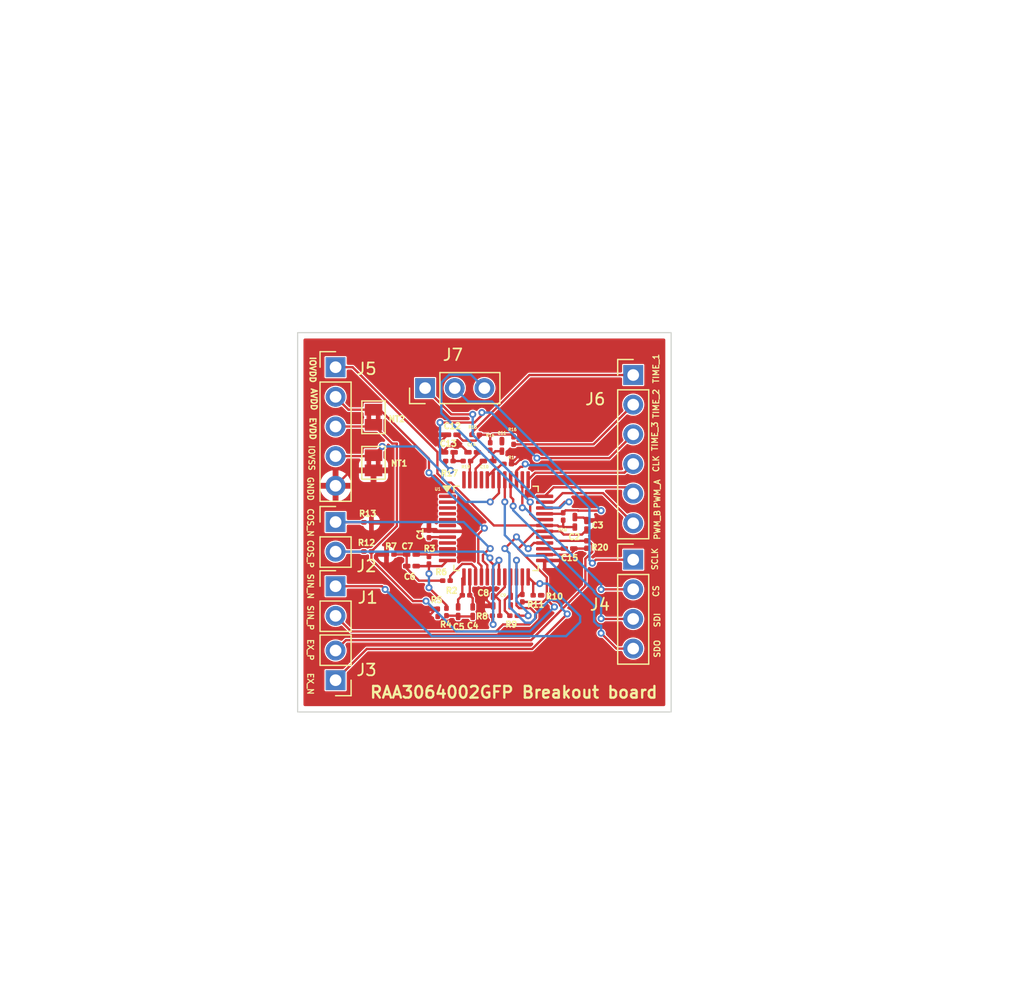
<source format=kicad_pcb>
(kicad_pcb (version 20240108) (generator "pcbnew") (generator_version "8.0")
  (layers (0 "F.Cu" signal) (31 "B.Cu" signal) (34 "B.Paste" user) (35 "F.Paste" user) (36 "B.SilkS" user "B.Silkscreen") (37 "F.SilkS" user "F.Silkscreen") (38 "B.Mask" user) (39 "F.Mask" user) (44 "Edge.Cuts" user))
  (net 0 "")
  (net 1 "Net-(U1-REGC)")
  (net 2 "GNDD")
  (net 3 "IOVDD")
  (net 4 "EVDD")
  (net 5 "Net-(C4-Pad2)")
  (net 6 "FAMPOUT_")
  (net 7 "FAMPIN_")
  (net 8 "Net-(C6-Pad2)")
  (net 9 "BPFOUT_")
  (net 10 "BPFINN_")
  (net 11 "Net-(U1-APFBC)")
  (net 12 "Net-(U1-APFAC)")
  (net 13 "Net-(C10-Pad1)")
  (net 14 "CARRIER_")
  (net 15 "Net-(C12-Pad2)")
  (net 16 "Net-(C13-Pad2)")
  (net 17 "CC_")
  (net 18 "EXCOUT1_")
  (net 19 "EXCFBN_")
  (net 20 "SIN_P")
  (net 21 "SIN_N")
  (net 22 "COS_P")
  (net 23 "COS_N")
  (net 24 "EXCFBP_")
  (net 25 "EXCITATION_N")
  (net 26 "SCLK")
  (net 27 "CS")
  (net 28 "SDI")
  (net 29 "SDO")
  (net 30 "IOVSS")
  (net 31 "AVDD")
  (net 32 "PWMINB")
  (net 33 "PWMINA")
  (net 34 "CLK")
  (net 35 "TIMEROUT_2")
  (net 36 "TIMEROUT_3")
  (net 37 "TIMEROUT_1")
  (net 38 "ALARM#")
  (net 39 "TIMERIN")
  (net 40 "RESET#")
  (net 41 "Net-(U1-TP1)")
  (net 42 "AOUT_")
  (net 43 "Net-(U1-APFBR)")
  (net 44 "Net-(U1-APFAR)")
  (net 52 "Net-(U1-BIAS2P5)")
  (footprint "Resistor_SMD:R_0201_0603Metric" (layer "F.Cu") (at 131.93 99 180)
    (property "Reference" "R2")
    (property "Value" "68k")
  )
  (footprint "Jumper:SolderJumper-2_P1.3mm_Bridged2Bar_Pad1.0x1.5mm" (layer "F.Cu") (at 124 83.75 90)
    (property "Reference" "NT2")
    (property "Value" "NetTie_2")
  )
  (footprint "Connector_PinHeader_2.54mm:PinHeader_1x06_P2.54mm_Vertical" (layer "F.Cu") (at 146.25 80.13)
    (property "Reference" "J6")
    (property "Value" "Conn_01x06_Pin")
  )
  (footprint "Resistor_SMD:R_0201_0603Metric" (layer "F.Cu") (at 128.75 96 90)
    (property "Reference" "R3")
    (property "Value" "68k")
  )
  (footprint "Resistor_SMD:R_0201_0603Metric" (layer "F.Cu") (at 123.5 95.25)
    (property "Reference" "R12")
    (property "Value" "100k")
  )
  (footprint "Resistor_SMD:R_0201_0603Metric" (layer "F.Cu") (at 138 99 180)
    (property "Reference" "R10")
    (property "Value" "100k")
  )
  (footprint "Capacitor_SMD:C_0201_0603Metric" (layer "F.Cu") (at 128.75 93.75 90)
    (property "Reference" "C1")
    (property "Value" "10uF")
  )
  (footprint "Resistor_SMD:R_0201_0603Metric" (layer "F.Cu") (at 130.5 87.5 180)
    (property "Reference" "R17")
    (property "Value" "1.5k")
  )
  (footprint "Capacitor_SMD:C_0201_0603Metric_Pad0.64x0.40mm_HandSolder" (layer "F.Cu") (at 127.25 96.5 180)
    (property "Reference" "C6")
    (property "Value" "470pF")
  )
  (footprint "Capacitor_SMD:C_0201_0603Metric_Pad0.64x0.40mm_HandSolder" (layer "F.Cu") (at 135 86.25 -90)
    (property "Reference" "C11")
    (property "Value" "1nF")
  )
  (footprint "Resistor_SMD:R_0201_0603Metric" (layer "F.Cu") (at 136 100.75)
    (property "Reference" "R9")
    (property "Value" "56k")
  )
  (footprint "Capacitor_SMD:C_0201_0603Metric_Pad0.64x0.40mm_HandSolder" (layer "F.Cu") (at 135.75 99.5 -90)
    (property "Reference" "C9")
    (property "Value" "750pF")
  )
  (footprint "Capacitor_SMD:C_0201_0603Metric_Pad0.64x0.40mm_HandSolder" (layer "F.Cu") (at 130.5 86.75)
    (property "Reference" "C13")
    (property "Value" "10nF")
  )
  (footprint "Capacitor_SMD:C_0201_0603Metric_Pad0.64x0.40mm_HandSolder" (layer "F.Cu") (at 132.5 100.4075 -90)
    (property "Reference" "C4")
    (property "Value" "470pF")
  )
  (footprint "Resistor_SMD:R_0201_0603Metric" (layer "F.Cu") (at 130.25 97.75)
    (property "Reference" "R6")
    (property "Value" "33k")
  )
  (footprint "Resistor_SMD:R_0201_0603Metric" (layer "F.Cu") (at 130.25 100.43 90)
    (property "Reference" "R5")
    (property "Value" "33k")
  )
  (footprint "Capacitor_SMD:C_0201_0603Metric_Pad0.64x0.40mm_HandSolder" (layer "F.Cu") (at 142.25 93 90)
    (property "Reference" "C3")
    (property "Value" "10uF")
  )
  (footprint "Resistor_SMD:R_0201_0603Metric" (layer "F.Cu") (at 140.25 92.25 -90)
    (property "Reference" "R18")
    (property "Value" "100k")
  )
  (footprint "Connector_PinHeader_2.54mm:PinHeader_1x02_P2.54mm_Vertical" (layer "F.Cu") (at 120.75 106.275 180)
    (property "Reference" "J3")
    (property "Value" "Conn_01x02_Pin")
  )
  (footprint "Resistor_SMD:R_0201_0603Metric" (layer "F.Cu") (at 142.25 94.655 -90)
    (property "Reference" "R20")
    (property "Value" "5.1")
  )
  (footprint "Connector_PinHeader_2.54mm:PinHeader_1x03_P2.54mm_Vertical" (layer "F.Cu") (at 128.42 81.25 90)
    (property "Reference" "J7")
    (property "Value" "Conn_01x03_Pin")
  )
  (footprint "Package_QFP:LQFP-48_7x7mm_P0.5mm" (layer "F.Cu") (at 134.5 93.27)
    (property "Reference" "U1")
    (property "Value" "~")
  )
  (footprint "Capacitor_SMD:C_0201_0603Metric_Pad0.64x0.40mm_HandSolder" (layer "F.Cu") (at 141.25 92.75 90)
    (property "Reference" "C2")
    (property "Value" "10uF")
  )
  (footprint "Resistor_SMD:R_0201_0603Metric" (layer "F.Cu") (at 134.5 100.75)
    (property "Reference" "R8")
    (property "Value" "43k")
  )
  (footprint "Capacitor_SMD:C_0201_0603Metric_Pad0.64x0.40mm_HandSolder" (layer "F.Cu") (at 127.25 95.5 180)
    (property "Reference" "C7")
    (property "Value" "470pF")
  )
  (footprint "Resistor_SMD:R_0201_0603Metric" (layer "F.Cu") (at 132.75 85.25 180)
    (property "Reference" "R15")
    (property "Value" "3k")
  )
  (footprint "Resistor_SMD:R_0201_0603Metric" (layer "F.Cu") (at 129.5 100.5 -90)
    (property "Reference" "R4")
    (property "Value" "33k")
  )
  (footprint "Resistor_SMD:R_0201_0603Metric" (layer "F.Cu") (at 135.5 87.75)
    (property "Reference" "R1")
    (property "Value" "100k")
  )
  (footprint "Resistor_SMD:R_0201_0603Metric" (layer "F.Cu") (at 134 86.25 90)
    (property "Reference" "R14")
    (property "Value" "15k")
  )
  (footprint "Resistor_SMD:R_0201_0603Metric" (layer "F.Cu") (at 123.5 92.75 180)
    (property "Reference" "R13")
    (property "Value" "100k")
  )
  (footprint "Resistor_SMD:R_0201_0603Metric" (layer "F.Cu") (at 132 87.5 180)
    (property "Reference" "R19")
    (property "Value" "15k")
  )
  (footprint "Connector_PinHeader_2.54mm:PinHeader_1x02_P2.54mm_Vertical" (layer "F.Cu") (at 120.75 92.725)
    (property "Reference" "J2")
    (property "Value" "Conn_01x02_Pin")
  )
  (footprint "Resistor_SMD:R_0201_0603Metric" (layer "F.Cu") (at 125.43 95.5)
    (property "Reference" "R7")
    (property "Value" "33k")
  )
  (footprint "Resistor_SMD:R_0201_0603Metric" (layer "F.Cu") (at 136 85.75 -90)
    (property "Reference" "R16")
    (property "Value" "3k")
  )
  (footprint "Capacitor_SMD:C_0201_0603Metric_Pad0.64x0.40mm_HandSolder" (layer "F.Cu") (at 132.5 86.75)
    (property "Reference" "C14")
    (property "Value" "1nF")
  )
  (footprint "Capacitor_SMD:C_0201_0603Metric_Pad0.64x0.40mm_HandSolder" (layer "F.Cu") (at 131.25 100.4075 -90)
    (property "Reference" "C5")
    (property "Value" "470pF")
  )
  (footprint "Capacitor_SMD:C_0201_0603Metric_Pad0.64x0.40mm_HandSolder" (layer "F.Cu") (at 140.75 95 180)
    (property "Reference" "C15")
    (property "Value" "1.5nF")
  )
  (footprint "Connector_PinHeader_2.54mm:PinHeader_1x02_P2.54mm_Vertical" (layer "F.Cu") (at 120.75 98.225)
    (property "Reference" "J1")
    (property "Value" "Conn_01x02_Pin")
  )
  (footprint "Resistor_SMD:R_0201_0603Metric" (layer "F.Cu") (at 136.75 99.25 -90)
    (property "Reference" "R11")
    (property "Value" "100k")
  )
  (footprint "Jumper:SolderJumper-2_P1.3mm_Bridged2Bar_Pad1.0x1.5mm" (layer "F.Cu") (at 124 87.65 90)
    (property "Reference" "NT1")
    (property "Value" "NetTie_2")
  )
  (footprint "Connector_PinHeader_2.54mm:PinHeader_1x05_P2.54mm_Vertical" (layer "F.Cu") (at 120.75 79.46)
    (property "Reference" "J5")
    (property "Value" "Conn_01x05_Pin")
  )
  (footprint "Capacitor_SMD:C_0201_0603Metric_Pad0.64x0.40mm_HandSolder" (layer "F.Cu") (at 134.25 99.5 -90)
    (property "Reference" "C8")
    (property "Value" "160pF")
  )
  (footprint "Capacitor_SMD:C_0201_0603Metric_Pad0.64x0.40mm_HandSolder" (layer "F.Cu") (at 133.8175 87.5 180)
    (property "Reference" "C10")
    (property "Value" ".01uF")
  )
  (footprint "Connector_PinHeader_2.54mm:PinHeader_1x04_P2.54mm_Vertical" (layer "F.Cu") (at 146.25 95.95)
    (property "Reference" "J4")
    (property "Value" "Conn_01x04_Pin")
  )
  (footprint "Capacitor_SMD:C_0201_0603Metric_Pad0.64x0.40mm_HandSolder" (layer "F.Cu") (at 130.75 85.25)
    (property "Reference" "C12")
    (property "Value" "10nF")
  )
  (gr_rect (start 117.5 76.5) (end 149.5 109) (stroke (width 0.1)) (fill none) (layer "Edge.Cuts"))
  (gr_text "TIME_3" (at 148.4 86.7 90) (layer "F.SilkS") (effects (font (size 0.5 0.5) (thickness 0.1)) (justify left bottom)))
  (gr_text "CLK" (at 148.5 88.5 90) (layer "F.SilkS") (effects (font (size 0.5 0.5) (thickness 0.1)) (justify left bottom)))
  (gr_text "IOVDD" (at 118.5 78.5 270) (layer "F.SilkS") (effects (font (size 0.5 0.5) (thickness 0.125) (bold yes)) (justify left bottom)))
  (gr_text "COS_P" (at 118.3 94.2 -90) (layer "F.SilkS") (effects (font (size 0.5 0.5) (thickness 0.1)) (justify left bottom)))
  (gr_text "PWM_A" (at 148.6 91.6 90) (layer "F.SilkS") (effects (font (size 0.5 0.5) (thickness 0.1)) (justify left bottom)))
  (gr_text "CS" (at 148.5 99.2 90) (layer "F.SilkS") (effects (font (size 0.5 0.5) (thickness 0.1)) (justify left bottom)))
  (gr_text "TIME_1" (at 148.5 80.9 90) (layer "F.SilkS") (effects (font (size 0.5 0.5) (thickness 0.1)) (justify left bottom)))
  (gr_text "TIME_2" (at 148.5 83.9 90) (layer "F.SilkS") (effects (font (size 0.5 0.5) (thickness 0.1)) (justify left bottom)))
  (gr_text "GNDD" (at 118.3 88.8 -90) (layer "F.SilkS") (effects (font (size 0.5 0.5) (thickness 0.1)) (justify left bottom)))
  (gr_text "SIN_P" (at 118.3 99.8 -90) (layer "F.SilkS") (effects (font (size 0.5 0.5) (thickness 0.1)) (justify left bottom)))
  (gr_text "SIN_N" (at 118.3 97.1 -90) (layer "F.SilkS") (effects (font (size 0.5 0.5) (thickness 0.1)) (justify left bottom)))
  (gr_text "EVDD" (at 118.5 83.7 -90) (layer "F.SilkS") (effects (font (size 0.5 0.5) (thickness 0.125) (bold yes)) (justify left bottom)))
  (gr_text "IOVSS" (at 118.4 86.1 -90) (layer "F.SilkS") (effects (font (size 0.5 0.5) (thickness 0.1)) (justify left bottom)))
  (gr_text "SDO" (at 148.6 104.4 90) (layer "F.SilkS") (effects (font (size 0.5 0.5) (thickness 0.1)) (justify left bottom)))
  (gr_text "PWM_B" (at 148.6 94.3 90) (layer "F.SilkS") (effects (font (size 0.5 0.5) (thickness 0.1)) (justify left bottom)))
  (gr_text "SDI" (at 148.6 101.8 90) (layer "F.SilkS") (effects (font (size 0.5 0.5) (thickness 0.1)) (justify left bottom)))
  (gr_text "COS_N" (at 118.3 91.5 -90) (layer "F.SilkS") (effects (font (size 0.5 0.5) (thickness 0.1)) (justify left bottom)))
  (gr_text "AVDD" (at 118.6 81.2 270) (layer "F.SilkS") (effects (font (size 0.5 0.5) (thickness 0.125) (bold yes)) (justify left bottom)))
  (gr_text "EX_P" (at 118.3 102.7 -90) (layer "F.SilkS") (effects (font (size 0.5 0.5) (thickness 0.1)) (justify left bottom)))
  (gr_text "EX_N" (at 118.3 105.6 270) (layer "F.SilkS") (effects (font (size 0.5 0.5) (thickness 0.1)) (justify left bottom)))
  (gr_text "RAA3064002GFP Breakout board" (at 123.6 107.9 0) (layer "F.SilkS") (effects (font (size 1 1) (thickness 0.2)) (justify left bottom)))
  (gr_text "SCLK" (at 148.4 96.9 90) (layer "F.SilkS") (effects (font (size 0.5 0.5) (thickness 0.1)) (justify left bottom)))
  (segment (start 130.3375 94.02) (end 128.8 94.02) (width 0.2) (layer "F.Cu") (net 1))
  (segment (start 128.8 94.02) (end 128.75 94.07) (width 0.2) (layer "F.Cu") (net 1))
  (segment (start 130.3325 93.525) (end 130.3375 93.52) (width 0.2) (layer "F.Cu") (net 2))
  (segment (start 134.25 99.9075) (end 134.179044 99.9075) (width 0.2) (layer "F.Cu") (net 2))
  (segment (start 135.82 87.68) (end 136.4 87.1) (width 0.2) (layer "F.Cu") (net 2))
  (segment (start 129.6 85.9) (end 129.6 86.2575) (width 0.2) (layer "F.Cu") (net 2))
  (segment (start 130.3425 85.25) (end 129.6925 85.9) (width 0.2) (layer "F.Cu") (net 2))
  (segment (start 130.392501 86.25) (end 131.5925 86.25) (width 0.2) (layer "F.Cu") (net 2))
  (segment (start 131.5925 86.25) (end 132.0925 86.75) (width 0.2) (layer "F.Cu") (net 2))
  (segment (start 122.07 88.3) (end 120.75 89.62) (width 0.2) (layer "F.Cu") (net 2))
  (segment (start 141.25 92.3425) (end 142 92.3425) (width 0.2) (layer "F.Cu") (net 2))
  (segment (start 129.5 100.18) (end 129.341544 100.18) (width 0.2) (layer "F.Cu") (net 2))
  (segment (start 129.6 86.2575) (end 130.0925 86.75) (width 0.2) (layer "F.Cu") (net 2))
  (segment (start 134.179044 99.9075) (end 133.7 99.428456) (width 0.2) (layer "F.Cu") (net 2))
  (segment (start 130.0925 86.75) (end 130.0925 86.550001) (width 0.2) (layer "F.Cu") (net 2))
  (segment (start 135.82 87.75) (end 136.179756 87.75) (width 0.2) (layer "F.Cu") (net 2))
  (segment (start 129.6925 85.9) (end 129.6 85.9) (width 0.2) (layer "F.Cu") (net 2))
  (segment (start 130.0925 86.550001) (end 130.392501 86.25) (width 0.2) (layer "F.Cu") (net 2))
  (segment (start 136.179756 87.75) (end 136.614878 87.314878) (width 0.2) (layer "F.Cu") (net 2))
  (segment (start 129.341544 100.18) (end 128.821544 100.7) (width 0.2) (layer "F.Cu") (net 2))
  (segment (start 124 88.3) (end 122.07 88.3) (width 0.2) (layer "F.Cu") (net 2))
  (segment (start 135.82 87.75) (end 135.82 87.68) (width 0.2) (layer "F.Cu") (net 2))
  (segment (start 142 92.3425) (end 142.25 92.5925) (width 0.2) (layer "F.Cu") (net 2))
  (segment (start 133.7 99.428456) (end 133.7 99.2) (width 0.2) (layer "F.Cu") (net 2))
  (segment (start 128.821544 100.7) (end 128.8 100.7) (width 0.2) (layer "F.Cu") (net 2))
  (segment (start 129.475 88.573529) (end 130.251471 89.35) (width 0.2) (layer "F.Cu") (net 3))
  (segment (start 122.21 79.46) (end 129.475 86.725) (width 0.2) (layer "F.Cu") (net 3))
  (segment (start 140.25 92.57) (end 140.25 93.107499) (width 0.2) (layer "F.Cu") (net 3))
  (segment (start 139.77 93.02) (end 138.6625 93.02) (width 0.2) (layer "F.Cu") (net 3))
  (segment (start 130.64 89.35) (end 134.31 93.02) (width 0.2) (layer "F.Cu") (net 3))
  (segment (start 141.25 93.1575) (end 140.300001 93.1575) (width 0.2) (layer "F.Cu") (net 3))
  (segment (start 120.75 79.46) (end 120.75 79.848529) (width 0.2) (layer "F.Cu") (net 3))
  (segment (start 120.75 79.46) (end 122.21 79.46) (width 0.2) (layer "F.Cu") (net 3))
  (segment (start 139.857499 93.107499) (end 139.77 93.02) (width 0.2) (layer "F.Cu") (net 3))
  (segment (start 140.25 93.107499) (end 139.857499 93.107499) (width 0.2) (layer "F.Cu") (net 3))
  (segment (start 140.300001 93.1575) (end 140.25 93.107499) (width 0.2) (layer "F.Cu") (net 3))
  (segment (start 130.251471 89.35) (end 130.64 89.35) (width 0.2) (layer "F.Cu") (net 3))
  (segment (start 134.31 93.02) (end 138.6625 93.02) (width 0.2) (layer "F.Cu") (net 3))
  (segment (start 129.475 86.725) (end 129.475 88.573529) (width 0.2) (layer "F.Cu") (net 3))
  (segment (start 140.3 93.8) (end 141.8575 93.8) (width 0.2) (layer "F.Cu") (net 4))
  (segment (start 141.8575 93.8) (end 142.25 93.4075) (width 0.2) (layer "F.Cu") (net 4))
  (segment (start 138.548456 99.57) (end 138.85 99.268456) (width 0.2) (layer "F.Cu") (net 4))
  (segment (start 126 86) (end 125.6 86) (width 0.2) (layer "F.Cu") (net 4))
  (segment (start 123.82 95.938456) (end 127.381544 99.5) (width 0.2) (layer "F.Cu") (net 4))
  (segment (start 140.02 93.52) (end 140.3 93.8) (width 0.2) (layer "F.Cu") (net 4))
  (segment (start 138.85 99.268456) (end 138.85 97.47741) (width 0.2) (layer "F.Cu") (net 4))
  (segment (start 123.82 95.25) (end 126 93.07) (width 0.2) (layer "F.Cu") (net 4))
  (segment (start 138.85 97.47741) (end 136.39259 95.02) (width 0.2) (layer "F.Cu") (net 4))
  (segment (start 136.75 99.57) (end 138.548456 99.57) (width 0.2) (layer "F.Cu") (net 4))
  (segment (start 127.381544 99.5) (end 128.5 99.5) (width 0.2) (layer "F.Cu") (net 4))
  (segment (start 138.85 99.35) (end 138.85 99.268456) (width 0.2) (layer "F.Cu") (net 4))
  (segment (start 123.82 95.25) (end 123.82 95.938456) (width 0.2) (layer "F.Cu") (net 4))
  (segment (start 123.86 84.54) (end 124 84.4) (width 0.2) (layer "F.Cu") (net 4))
  (segment (start 136.39259 95.02) (end 137.89259 93.52) (width 0.2) (layer "F.Cu") (net 4))
  (segment (start 139.5 100) (end 138.85 99.35) (width 0.2) (layer "F.Cu") (net 4))
  (segment (start 125.6 86) (end 124 84.4) (width 0.2) (layer "F.Cu") (net 4))
  (segment (start 126 93.07) (end 126 86) (width 0.2) (layer "F.Cu") (net 4))
  (segment (start 138.6625 93.52) (end 140.02 93.52) (width 0.2) (layer "F.Cu") (net 4))
  (segment (start 120.75 84.54) (end 123.86 84.54) (width 0.2) (layer "F.Cu") (net 4))
  (segment (start 137.89259 93.52) (end 138.6625 93.52) (width 0.2) (layer "F.Cu") (net 4))
  (via (at 128.5 99.5) (size 0.6) (drill 0.3) (layers "F.Cu" "B.Cu") (net 4))
  (via (at 139.5 100) (size 0.6) (drill 0.3) (layers "F.Cu" "B.Cu") (net 4))
  (segment (start 128.5 99.5) (end 131.1 102.1) (width 0.2) (layer "B.Cu") (net 4))
  (segment (start 131.1 102.1) (end 137.4 102.1) (width 0.2) (layer "B.Cu") (net 4))
  (segment (start 137.4 102.1) (end 139.5 100) (width 0.2) (layer "B.Cu") (net 4))
  (segment (start 131.185 100.75) (end 131.25 100.815) (width 0.2) (layer "F.Cu") (net 5))
  (segment (start 132.5 100.815) (end 131.25 100.815) (width 0.2) (layer "F.Cu") (net 5))
  (segment (start 130.25 100.75) (end 131.185 100.75) (width 0.2) (layer "F.Cu") (net 5))
  (segment (start 132.5 99.25) (end 132.25 99) (width 0.2) (layer "F.Cu") (net 6))
  (segment (start 132.5 100) (end 132.5 99.25) (width 0.2) (layer "F.Cu") (net 6))
  (segment (start 132.25 99) (end 132.25 97.4325) (width 0.2) (layer "F.Cu") (net 6))
  (segment (start 131.61 99) (end 131.61 97.5725) (width 0.2) (layer "F.Cu") (net 7))
  (segment (start 131.61 97.5725) (end 131.75 97.4325) (width 0.2) (layer "F.Cu") (net 7))
  (segment (start 131.25 100) (end 131.25 99.36) (width 0.2) (layer "F.Cu") (net 7))
  (segment (start 131.25 99.36) (end 131.61 99) (width 0.2) (layer "F.Cu") (net 7))
  (segment (start 129.93 97.75) (end 127.892501 97.75) (width 0.2) (layer "F.Cu") (net 8))
  (segment (start 126.8425 95.5) (end 126.8425 96.5) (width 0.2) (layer "F.Cu") (net 8))
  (segment (start 126.8425 95.5) (end 125.75 95.5) (width 0.2) (layer "F.Cu") (net 8))
  (segment (start 127.892501 97.75) (end 126.8425 96.699999) (width 0.2) (layer "F.Cu") (net 8))
  (segment (start 126.8425 96.699999) (end 126.8425 96.5) (width 0.2) (layer "F.Cu") (net 8))
  (segment (start 127.6575 96.5) (end 128.57 96.5) (width 0.2) (layer "F.Cu") (net 9))
  (segment (start 127.6575 96.5) (end 129.8575 96.5) (width 0.2) (layer "F.Cu") (net 9))
  (segment (start 130.25 99.85) (end 128.75 98.35) (width 0.2) (layer "F.Cu") (net 9))
  (segment (start 129.8575 96.5) (end 130.3375 96.02) (width 0.2) (layer "F.Cu") (net 9))
  (segment (start 128.75 97.15) (end 128.75 96.32) (width 0.2) (layer "F.Cu") (net 9))
  (segment (start 130.25 100.11) (end 130.25 99.85) (width 0.2) (layer "F.Cu") (net 9))
  (segment (start 128.57 96.5) (end 128.75 96.32) (width 0.2) (layer "F.Cu") (net 9))
  (via (at 128.75 98.35) (size 0.6) (drill 0.3) (layers "F.Cu" "B.Cu") (net 9))
  (via (at 128.75 97.15) (size 0.6) (drill 0.3) (layers "F.Cu" "B.Cu") (net 9))
  (segment (start 128.75 98.35) (end 128.75 97.15) (width 0.2) (layer "B.Cu") (net 9))
  (segment (start 127.6575 95.5) (end 128.57 95.5) (width 0.2) (layer "F.Cu") (net 10))
  (segment (start 128.91 95.52) (end 130.3375 95.52) (width 0.2) (layer "F.Cu") (net 10))
  (segment (start 128.57 95.5) (end 128.75 95.68) (width 0.2) (layer "F.Cu") (net 10))
  (segment (start 128.75 95.68) (end 128.91 95.52) (width 0.2) (layer "F.Cu") (net 10))
  (segment (start 134.449999 99.0925) (end 135.25 98.292499) (width 0.2) (layer "F.Cu") (net 11))
  (segment (start 134.449999 99.0925) (end 134.25 99.0925) (width 0.2) (layer "F.Cu") (net 11))
  (segment (start 134.82 99.462501) (end 134.449999 99.0925) (width 0.2) (layer "F.Cu") (net 11))
  (segment (start 135.25 98.292499) (end 135.25 97.4325) (width 0.2) (layer "F.Cu") (net 11))
  (segment (start 134.82 100.75) (end 134.82 99.462501) (width 0.2) (layer "F.Cu") (net 11))
  (segment (start 135.75 99.0925) (end 135.550001 99.0925) (width 0.2) (layer "F.Cu") (net 12))
  (segment (start 135.25 99.392501) (end 135.25 100.32) (width 0.2) (layer "F.Cu") (net 12))
  (segment (start 135.25 100.32) (end 135.68 100.75) (width 0.2) (layer "F.Cu") (net 12))
  (segment (start 135.75 99.0925) (end 135.75 97.4325) (width 0.2) (layer "F.Cu") (net 12))
  (segment (start 135.550001 99.0925) (end 135.25 99.392501) (width 0.2) (layer "F.Cu") (net 12))
  (segment (start 134.225 86.8825) (end 134.42875 86.67875) (width 0.2) (layer "F.Cu") (net 13))
  (segment (start 134.42875 86.67875) (end 134.45 86.6575) (width 0.2) (layer "F.Cu") (net 13))
  (segment (start 134.225 87.5) (end 134.225 86.8825) (width 0.2) (layer "F.Cu") (net 13))
  (segment (start 134.45 86.6575) (end 135 86.6575) (width 0.2) (layer "F.Cu") (net 13))
  (segment (start 134.225 86.8825) (end 134 86.6575) (width 0.2) (layer "F.Cu") (net 13))
  (segment (start 133.41 87.5) (end 132.75 88.16) (width 0.2) (layer "F.Cu") (net 14))
  (segment (start 132.75 88.16) (end 132.75 89.1075) (width 0.2) (layer "F.Cu") (net 14))
  (segment (start 133.82 85.25) (end 134 85.43) (width 0.2) (layer "F.Cu") (net 15))
  (segment (start 136 85.43) (end 135.795 85.225) (width 0.2) (layer "F.Cu") (net 15))
  (segment (start 132.769999 85.75) (end 131.6575 85.75) (width 0.2) (layer "F.Cu") (net 15))
  (segment (start 134 85.43) (end 134 85.93) (width 0.2) (layer "F.Cu") (net 15))
  (segment (start 133.07 85.449999) (end 132.769999 85.75) (width 0.2) (layer "F.Cu") (net 15))
  (segment (start 131.6575 85.75) (end 131.1575 85.25) (width 0.2) (layer "F.Cu") (net 15))
  (segment (start 133.07 85.25) (end 133.07 85.449999) (width 0.2) (layer "F.Cu") (net 15))
  (segment (start 134.205 85.225) (end 134 85.43) (width 0.2) (layer "F.Cu") (net 15))
  (segment (start 135.795 85.225) (end 134.205 85.225) (width 0.2) (layer "F.Cu") (net 15))
  (segment (start 133.07 85.25) (end 133.82 85.25) (width 0.2) (layer "F.Cu") (net 15))
  (segment (start 131.68 87.5) (end 130.82 87.5) (width 0.2) (layer "F.Cu") (net 16))
  (segment (start 130.82 87.5) (end 130.82 86.8375) (width 0.2) (layer "F.Cu") (net 16))
  (segment (start 130.82 86.8375) (end 130.9075 86.75) (width 0.2) (layer "F.Cu") (net 16))
  (segment (start 132.32 87.5) (end 132.9075 86.9125) (width 0.2) (layer "F.Cu") (net 17))
  (segment (start 132.25 87.57) (end 132.25 89.1075) (width 0.2) (layer "F.Cu") (net 17))
  (segment (start 132.9075 86.9125) (end 132.9075 86.75) (width 0.2) (layer "F.Cu") (net 17))
  (segment (start 132.32 87.5) (end 132.25 87.57) (width 0.2) (layer "F.Cu") (net 17))
  (segment (start 141.1575 95.199999) (end 141.1575 95) (width 0.2) (layer "F.Cu") (net 18))
  (segment (start 138.6625 95.52) (end 140.837499 95.52) (width 0.2) (layer "F.Cu") (net 18))
  (segment (start 140.837499 95.52) (end 141.1575 95.199999) (width 0.2) (layer "F.Cu") (net 18))
  (segment (start 142.225 95) (end 142.25 94.975) (width 0.2) (layer "F.Cu") (net 18))
  (segment (start 141.1575 95) (end 142.225 95) (width 0.2) (layer "F.Cu") (net 18))
  (segment (start 140.3225 95.02) (end 140.3425 95) (width 0.2) (layer "F.Cu") (net 19))
  (segment (start 138.6625 95.02) (end 140.3225 95.02) (width 0.2) (layer "F.Cu") (net 19))
  (segment (start 137.448529 100.1) (end 136.481544 100.1) (width 0.2) (layer "F.Cu") (net 20))
  (segment (start 136.25 99.868456) (end 136.25 99.230001) (width 0.2) (layer "F.Cu") (net 20))
  (segment (start 136.550001 98.93) (end 136.75 98.93) (width 0.2) (layer "F.Cu") (net 20))
  (segment (start 120.75 100.765) (end 122.085 102.1) (width 0.2) (layer "F.Cu") (net 20))
  (segment (start 135.098529 101.5) (end 137.348529 101.5) (width 0.2) (layer "F.Cu") (net 20))
  (segment (start 137.92 100.928529) (end 137.92 100.571471) (width 0.2) (layer "F.Cu") (net 20))
  (segment (start 122.085 102.1) (end 134.498529 102.1) (width 0.2) (layer "F.Cu") (net 20))
  (segment (start 134.498529 102.1) (end 135.098529 101.5) (width 0.2) (layer "F.Cu") (net 20))
  (segment (start 136.481544 100.1) (end 136.25 99.868456) (width 0.2) (layer "F.Cu") (net 20))
  (segment (start 136.75 98.93) (end 136.75 97.4325) (width 0.2) (layer "F.Cu") (net 20))
  (segment (start 136.25 99.230001) (end 136.550001 98.93) (width 0.2) (layer "F.Cu") (net 20))
  (segment (start 137.348529 101.5) (end 137.92 100.928529) (width 0.2) (layer "F.Cu") (net 20))
  (segment (start 137.92 100.571471) (end 137.448529 100.1) (width 0.2) (layer "F.Cu") (net 20))
  (segment (start 124.725 98.225) (end 125 98.5) (width 0.2) (layer "F.Cu") (net 21))
  (segment (start 120.75 98.225) (end 124.725 98.225) (width 0.2) (layer "F.Cu") (net 21))
  (segment (start 137.68 99) (end 137.68 97.8625) (width 0.2) (layer "F.Cu") (net 21))
  (segment (start 137.8175 98) (end 137.68 97.8625) (width 0.2) (layer "F.Cu") (net 21))
  (segment (start 137.68 97.8625) (end 137.25 97.4325) (width 0.2) (layer "F.Cu") (net 21))
  (segment (start 138.25 98) (end 137.8175 98) (width 0.2) (layer "F.Cu") (net 21))
  (via (at 138.25 98) (size 0.6) (drill 0.3) (layers "F.Cu" "B.Cu") (net 21))
  (via (at 125 98.5) (size 0.6) (drill 0.3) (layers "F.Cu" "B.Cu") (net 21))
  (segment (start 140.5 102.5) (end 141.700735 101.299265) (width 0.2) (layer "B.Cu") (net 21))
  (segment (start 141.700735 101.299265) (end 141.700735 100.78652) (width 0.2) (layer "B.Cu") (net 21))
  (segment (start 138.914215 98) (end 138.25 98) (width 0.2) (layer "B.Cu") (net 21))
  (segment (start 129 102.5) (end 140.5 102.5) (width 0.2) (layer "B.Cu") (net 21))
  (segment (start 141.700735 100.78652) (end 138.914215 98) (width 0.2) (layer "B.Cu") (net 21))
  (segment (start 125 98.5) (end 129 102.5) (width 0.2) (layer "B.Cu") (net 21))
  (segment (start 133.975497 96.074026) (end 134.25 96.348529) (width 0.2) (layer "F.Cu") (net 22))
  (segment (start 120.765 95.25) (end 120.75 95.265) (width 0.2) (layer "F.Cu") (net 22))
  (segment (start 134.25 96.348529) (end 134.25 97.4325) (width 0.2) (layer "F.Cu") (net 22))
  (segment (start 133.975497 95.799626) (end 133.975497 96.074026) (width 0.2) (layer "F.Cu") (net 22))
  (segment (start 123.18 95.25) (end 120.765 95.25) (width 0.2) (layer "F.Cu") (net 22))
  (via (at 133.975497 95.799626) (size 0.6) (drill 0.3) (layers "F.Cu" "B.Cu") (net 22))
  (segment (start 133.751471 95.6) (end 133.416471 95.265) (width 0.2) (layer "B.Cu") (net 22))
  (segment (start 133.775871 95.6) (end 133.751471 95.6) (width 0.2) (layer "B.Cu") (net 22))
  (segment (start 133.416471 95.265) (end 120.75 95.265) (width 0.2) (layer "B.Cu") (net 22))
  (segment (start 133.975497 95.799626) (end 133.775871 95.6) (width 0.2) (layer "B.Cu") (net 22))
  (segment (start 133.75 96.422658) (end 133.375497 96.048155) (width 0.2) (layer "F.Cu") (net 23))
  (segment (start 123.18 92.75) (end 120.775 92.75) (width 0.2) (layer "F.Cu") (net 23))
  (segment (start 133.75 97.4325) (end 133.75 96.422658) (width 0.2) (layer "F.Cu") (net 23))
  (segment (start 120.775 92.75) (end 120.75 92.725) (width 0.2) (layer "F.Cu") (net 23))
  (segment (start 133.375497 95.551097) (end 133.926594 95) (width 0.2) (layer "F.Cu") (net 23))
  (segment (start 133.926594 95) (end 134 95) (width 0.2) (layer "F.Cu") (net 23))
  (segment (start 133.375497 96.048155) (end 133.375497 95.551097) (width 0.2) (layer "F.Cu") (net 23))
  (via (at 134 95) (size 0.6) (drill 0.3) (layers "F.Cu" "B.Cu") (net 23))
  (segment (start 134 95) (end 131.725 92.725) (width 0.2) (layer "B.Cu") (net 23))
  (segment (start 131.725 92.725) (end 120.75 92.725) (width 0.2) (layer "B.Cu") (net 23))
  (segment (start 120.75 103.735) (end 121.635 102.85) (width 0.2) (layer "F.Cu") (net 24))
  (segment (start 138.6625 94.02) (end 139.43241 94.02) (width 0.2) (layer "F.Cu") (net 24))
  (segment (start 142.75 94.676544) (end 142.408456 94.335) (width 0.2) (layer "F.Cu") (net 24))
  (segment (start 139.43241 94.02) (end 139.74741 94.335) (width 0.2) (layer "F.Cu") (net 24))
  (segment (start 137.498529 102.85) (end 142.15 98.198529) (width 0.2) (layer "F.Cu") (net 24))
  (segment (start 142.408456 94.335) (end 142.25 94.335) (width 0.2) (layer "F.Cu") (net 24))
  (segment (start 142.15 98.198529) (end 142.15 95.873456) (width 0.2) (layer "F.Cu") (net 24))
  (segment (start 142.15 95.873456) (end 142.75 95.273456) (width 0.2) (layer "F.Cu") (net 24))
  (segment (start 121.635 102.85) (end 137.498529 102.85) (width 0.2) (layer "F.Cu") (net 24))
  (segment (start 142.75 95.273456) (end 142.75 94.676544) (width 0.2) (layer "F.Cu") (net 24))
  (segment (start 139.74741 94.335) (end 142.25 94.335) (width 0.2) (layer "F.Cu") (net 24))
  (segment (start 120.75 106.275) (end 123.425 103.6) (width 0.2) (layer "F.Cu") (net 25))
  (segment (start 137.597058 103.6) (end 140.598529 100.598529) (width 0.2) (layer "F.Cu") (net 25))
  (segment (start 123.425 103.6) (end 137.597058 103.6) (width 0.2) (layer "F.Cu") (net 25))
  (segment (start 135.25 95) (end 136.25 94) (width 0.2) (layer "F.Cu") (net 25))
  (segment (start 137.74112 94.52) (end 137.25556 95.00556) (width 0.2) (layer "F.Cu") (net 25))
  (segment (start 138.6625 94.52) (end 137.74112 94.52) (width 0.2) (layer "F.Cu") (net 25))
  (via (at 137.25556 95.00556) (size 0.6) (drill 0.3) (layers "F.Cu" "B.Cu") (net 25))
  (via (at 135.25 95) (size 0.6) (drill 0.3) (layers "F.Cu" "B.Cu") (net 25))
  (via (at 136.25 94) (size 0.6) (drill 0.3) (layers "F.Cu" "B.Cu") (net 25))
  (via (at 140.598529 100.598529) (size 0.6) (drill 0.3) (layers "F.Cu" "B.Cu") (net 25))
  (segment (start 140.1 100.1) (end 140.1 99.751471) (width 0.2) (layer "B.Cu") (net 25))
  (segment (start 140.1 99.751471) (end 139.748529 99.4) (width 0.2) (layer "B.Cu") (net 25))
  (segment (start 139.1 99.4) (end 137.85 100.65) (width 0.2) (layer "B.Cu") (net 25))
  (segment (start 139.748529 99.4) (end 139.1 99.4) (width 0.2) (layer "B.Cu") (net 25))
  (segment (start 137.498529 101.35) (end 137.001471 101.35) (width 0.2) (layer "B.Cu") (net 25))
  (segment (start 137.85 100.65) (end 137.85 100.998529) (width 0.2) (layer "B.Cu") (net 25))
  (segment (start 137.25556 95.00556) (end 136.25 94) (width 0.2) (layer "B.Cu") (net 25))
  (segment (start 137.85 100.998529) (end 137.498529 101.35) (width 0.2) (layer "B.Cu") (net 25))
  (segment (start 135.65 95.4) (end 135.25 95) (width 0.2) (layer "B.Cu") (net 25))
  (segment (start 140.598529 100.598529) (end 140.1 100.1) (width 0.2) (layer "B.Cu") (net 25))
  (segment (start 135.65 99.998529) (end 135.65 95.4) (width 0.2) (layer "B.Cu") (net 25))
  (segment (start 137.001471 101.35) (end 135.65 99.998529) (width 0.2) (layer "B.Cu") (net 25))
  (segment (start 136.58759 88) (end 136.25 88.33759) (width 0.2) (layer "F.Cu") (net 26))
  (segment (start 137 87.75) (end 136.75 88) (width 0.2) (layer "F.Cu") (net 26))
  (segment (start 136.75 88) (end 136.58759 88) (width 0.2) (layer "F.Cu") (net 26))
  (segment (start 143.05 95.95) (end 142.75 96.25) (width 0.2) (layer "F.Cu") (net 26))
  (segment (start 136.25 88.33759) (end 136.25 89.1075) (width 0.2) (layer "F.Cu") (net 26))
  (segment (start 146.25 95.95) (end 143.05 95.95) (width 0.2) (layer "F.Cu") (net 26))
  (via (at 137 87.75) (size 0.6) (drill 0.3) (layers "F.Cu" "B.Cu") (net 26))
  (via (at 142.75 96.25) (size 0.6) (drill 0.3) (layers "F.Cu" "B.Cu") (net 26))
  (segment (start 137.1 87.85) (end 137 87.75) (width 0.2) (layer "B.Cu") (net 26))
  (segment (start 142.75 96.25) (end 142.5 96) (width 0.2) (layer "B.Cu") (net 26))
  (segment (start 142.5 96) (end 142.5 91.5) (width 0.2) (layer "B.Cu") (net 26))
  (segment (start 142.5 91.5) (end 138.85 87.85) (width 0.2) (layer "B.Cu") (net 26))
  (segment (start 138.85 87.85) (end 137.1 87.85) (width 0.2) (layer "B.Cu") (net 26))
  (segment (start 136.752713 91.500492) (end 136.75 91.497779) (width 0.2) (layer "F.Cu") (net 27))
  (segment (start 146.25 98.49) (end 143.51 98.49) (width 0.2) (layer "F.Cu") (net 27))
  (segment (start 136.75 91.497779) (end 136.75 89.1075) (width 0.2) (layer "F.Cu") (net 27))
  (segment (start 143.51 98.49) (end 143.5 98.5) (width 0.2) (layer "F.Cu") (net 27))
  (via (at 136.752713 91.500492) (size 0.6) (drill 0.3) (layers "F.Cu" "B.Cu") (net 27))
  (via (at 143.5 98.5) (size 0.6) (drill 0.3) (layers "F.Cu" "B.Cu") (net 27))
  (segment (start 143.5 98.043699) (end 136.956793 91.500492) (width 0.2) (layer "B.Cu") (net 27))
  (segment (start 143.5 98.5) (end 143.5 98.043699) (width 0.2) (layer "B.Cu") (net 27))
  (segment (start 136.956793 91.500492) (end 136.752713 91.500492) (width 0.2) (layer "B.Cu") (net 27))
  (segment (start 135.965544 90.784456) (end 135.75 90.568912) (width 0.2) (layer "F.Cu") (net 28))
  (segment (start 146.25 101.03) (end 143.53 101.03) (width 0.2) (layer "F.Cu") (net 28))
  (segment (start 135.75 90.568912) (end 135.75 89.1075) (width 0.2) (layer "F.Cu") (net 28))
  (segment (start 143.53 101.03) (end 143.5 101) (width 0.2) (layer "F.Cu") (net 28))
  (segment (start 135.965544 91.357772) (end 135.965544 90.784456) (width 0.2) (layer "F.Cu") (net 28))
  (via (at 135.965544 91.357772) (size 0.6) (drill 0.3) (layers "F.Cu" "B.Cu") (net 28))
  (via (at 143.5 101) (size 0.6) (drill 0.3) (layers "F.Cu" "B.Cu") (net 28))
  (segment (start 143.35 99.1) (end 143.251471 99.1) (width 0.2) (layer "B.Cu") (net 28))
  (segment (start 143.251471 99.1) (end 142.9 98.748529) (width 0.2) (layer "B.Cu") (net 28))
  (segment (start 143.5 101) (end 143.5 99.25) (width 0.2) (layer "B.Cu") (net 28))
  (segment (start 142.9 98.65) (end 135.965544 91.715544) (width 0.2) (layer "B.Cu") (net 28))
  (segment (start 143.5 99.25) (end 143.35 99.1) (width 0.2) (layer "B.Cu") (net 28))
  (segment (start 135.965544 91.715544) (end 135.965544 91.357772) (width 0.2) (layer "B.Cu") (net 28))
  (segment (start 142.9 98.748529) (end 142.9 98.65) (width 0.2) (layer "B.Cu") (net 28))
  (segment (start 144.82 103.57) (end 143.5 102.25) (width 0.2) (layer "F.Cu") (net 29))
  (segment (start 135.25 91) (end 135.25 89.1075) (width 0.2) (layer "F.Cu") (net 29))
  (segment (start 146.25 103.57) (end 144.82 103.57) (width 0.2) (layer "F.Cu") (net 29))
  (via (at 143.5 102.25) (size 0.6) (drill 0.3) (layers "F.Cu" "B.Cu") (net 29))
  (via (at 135.25 91) (size 0.6) (drill 0.3) (layers "F.Cu" "B.Cu") (net 29))
  (segment (start 143.5 102.25) (end 143.5 101.6) (width 0.2) (layer "B.Cu") (net 29))
  (segment (start 143.5 101.6) (end 143.251471 101.6) (width 0.2) (layer "B.Cu") (net 29))
  (segment (start 138.60556 95.60556) (end 137.007031 95.60556) (width 0.2) (layer "B.Cu") (net 29))
  (segment (start 142.9 101.248529) (end 142.9 99.9) (width 0.2) (layer "B.Cu") (net 29))
  (segment (start 137.007031 95.60556) (end 135.25 93.848529) (width 0.2) (layer "B.Cu") (net 29))
  (segment (start 142.9 99.9) (end 138.60556 95.60556) (width 0.2) (layer "B.Cu") (net 29))
  (segment (start 135.25 93.848529) (end 135.25 91) (width 0.2) (layer "B.Cu") (net 29))
  (segment (start 143.251471 101.6) (end 142.9 101.248529) (width 0.2) (layer "B.Cu") (net 29))
  (segment (start 123.92 87.08) (end 124.75 86.25) (width 0.2) (layer "F.Cu") (net 30))
  (segment (start 120.75 87.08) (end 123.92 87.08) (width 0.2) (layer "F.Cu") (net 30))
  (segment (start 134.75 90.25) (end 134.75 89.1075) (width 0.2) (layer "F.Cu") (net 30))
  (segment (start 134 91) (end 134.75 90.25) (width 0.2) (layer "F.Cu") (net 30))
  (via (at 134 91) (size 0.6) (drill 0.3) (layers "F.Cu" "B.Cu") (net 30))
  (via (at 124.75 86.25) (size 0.6) (drill 0.3) (layers "F.Cu" "B.Cu") (net 30))
  (segment (start 124.75 86.25) (end 127.648529 86.25) (width 0.2) (layer "B.Cu") (net 30))
  (segment (start 127.648529 86.25) (end 129.9 88.501471) (width 0.2) (layer "B.Cu") (net 30))
  (segment (start 129.9 88.501471) (end 129.9 88.998529) (width 0.2) (layer "B.Cu") (net 30))
  (segment (start 129.9 88.998529) (end 131.901471 91) (width 0.2) (layer "B.Cu") (net 30))
  (segment (start 131.901471 91) (end 134 91) (width 0.2) (layer "B.Cu") (net 30))
  (segment (start 132.975497 93.774503) (end 133.5 93.25) (width 0.2) (layer "F.Cu") (net 31))
  (segment (start 133.25 96.488344) (end 132.975497 96.213841) (width 0.2) (layer "F.Cu") (net 31))
  (segment (start 124 83.1) (end 124.55 83.1) (width 0.2) (layer "F.Cu") (net 31))
  (segment (start 133.25 97.4325) (end 133.25 96.488344) (width 0.2) (layer "F.Cu") (net 31))
  (segment (start 121.85 83.1) (end 124 83.1) (width 0.2) (layer "F.Cu") (net 31))
  (segment (start 132.975497 96.213841) (end 132.975497 93.774503) (width 0.2) (layer "F.Cu") (net 31))
  (segment (start 128.75 87.3) (end 128.75 88.5) (width 0.2) (layer "F.Cu") (net 31))
  (segment (start 120.75 82) (end 121.85 83.1) (width 0.2) (layer "F.Cu") (net 31))
  (segment (start 124.55 83.1) (end 128.75 87.3) (width 0.2) (layer "F.Cu") (net 31))
  (via (at 128.75 88.5) (size 0.6) (drill 0.3) (layers "F.Cu" "B.Cu") (net 31))
  (via (at 133.5 93.25) (size 0.6) (drill 0.3) (layers "F.Cu" "B.Cu") (net 31))
  (segment (start 128.75 88.5) (end 133.5 93.25) (width 0.2) (layer "B.Cu") (net 31))
  (segment (start 143.67 90.25) (end 140.20241 90.25) (width 0.2) (layer "F.Cu") (net 32))
  (segment (start 140.20241 90.25) (end 139.43241 91.02) (width 0.2) (layer "F.Cu") (net 32))
  (segment (start 146.25 92.83) (end 143.67 90.25) (width 0.2) (layer "F.Cu") (net 32))
  (segment (start 139.43241 91.02) (end 138.6625 91.02) (width 0.2) (layer "F.Cu") (net 32))
  (segment (start 145.71 89.75) (end 139.4325 89.75) (width 0.2) (layer "F.Cu") (net 33))
  (segment (start 146.25 90.29) (end 145.71 89.75) (width 0.2) (layer "F.Cu") (net 33))
  (segment (start 139.4325 89.75) (end 138.6625 90.52) (width 0.2) (layer "F.Cu") (net 33))
  (segment (start 145.5 88.5) (end 137.8575 88.5) (width 0.2) (layer "F.Cu") (net 34))
  (segment (start 137.8575 88.5) (end 137.25 89.1075) (width 0.2) (layer "F.Cu") (net 34))
  (segment (start 146.25 87.75) (end 145.5 88.5) (width 0.2) (layer "F.Cu") (net 34))
  (segment (start 142.85 86.07) (end 136 86.07) (width 0.2) (layer "F.Cu") (net 35))
  (segment (start 146.25 82.67) (end 142.85 86.07) (width 0.2) (layer "F.Cu") (net 35))
  (segment (start 146.25 85.21) (end 144.21 87.25) (width 0.2) (layer "F.Cu") (net 36))
  (segment (start 133.285109 83.56342) (end 133.285109 83.346362) (width 0.2) (layer "F.Cu") (net 36))
  (segment (start 129.7 84.2) (end 132.648529 84.2) (width 0.2) (layer "F.Cu") (net 36))
  (segment (start 130.18 87.88) (end 130.6 88.3) (width 0.2) (layer "F.Cu") (net 36))
  (segment (start 132.648529 84.2) (end 133.285109 83.56342) (width 0.2) (layer "F.Cu") (net 36))
  (segment (start 144.21 87.25) (end 138 87.25) (width 0.2) (layer "F.Cu") (net 36))
  (segment (start 130.18 87.5) (end 130.18 87.88) (width 0.2) (layer "F.Cu") (net 36))
  (via (at 129.7 84.2) (size 0.6) (drill 0.3) (layers "F.Cu" "B.Cu") (net 36))
  (via (at 130.6 88.3) (size 0.6) (drill 0.3) (layers "F.Cu" "B.Cu") (net 36))
  (via (at 133.285109 83.346362) (size 0.6) (drill 0.3) (layers "F.Cu" "B.Cu") (net 36))
  (via (at 138 87.25) (size 0.6) (drill 0.3) (layers "F.Cu" "B.Cu") (net 36))
  (segment (start 134.096362 83.346362) (end 138 87.25) (width 0.2) (layer "B.Cu") (net 36))
  (segment (start 133.285109 83.346362) (end 134.096362 83.346362) (width 0.2) (layer "B.Cu") (net 36))
  (segment (start 130.6 88.3) (end 129.7 87.4) (width 0.2) (layer "B.Cu") (net 36))
  (segment (start 129.7 87.4) (end 129.7 84.2) (width 0.2) (layer "B.Cu") (net 36))
  (segment (start 146.25 80.13) (end 137.350001 80.13) (width 0.2) (layer "F.Cu") (net 37))
  (segment (start 132.43 85.050001) (end 132.43 85.25) (width 0.2) (layer "F.Cu") (net 37))
  (segment (start 137.350001 80.13) (end 132.43 85.050001) (width 0.2) (layer "F.Cu") (net 37))
  (segment (start 140.381544 91) (end 139.861544 91.52) (width 0.2) (layer "F.Cu") (net 38))
  (segment (start 139.861544 91.52) (end 138.6625 91.52) (width 0.2) (layer "F.Cu") (net 38))
  (segment (start 128.42 81.25) (end 130.67 83.5) (width 0.2) (layer "F.Cu") (net 38))
  (segment (start 130.67 83.5) (end 132.5 83.5) (width 0.2) (layer "F.Cu") (net 38))
  (segment (start 140.75 91) (end 140.381544 91) (width 0.2) (layer "F.Cu") (net 38))
  (via (at 132.5 83.5) (size 0.6) (drill 0.3) (layers "F.Cu" "B.Cu") (net 38))
  (via (at 140.75 91) (size 0.6) (drill 0.3) (layers "F.Cu" "B.Cu") (net 38))
  (segment (start 132.5 83.5) (end 132.5 85.236702) (width 0.2) (layer "B.Cu") (net 38))
  (segment (start 140 91.5) (end 140.5 91) (width 0.2) (layer "B.Cu") (net 38))
  (segment (start 138.763298 91.5) (end 140 91.5) (width 0.2) (layer "B.Cu") (net 38))
  (segment (start 132.5 85.236702) (end 138.763298 91.5) (width 0.2) (layer "B.Cu") (net 38))
  (segment (start 140.5 91) (end 140.75 91) (width 0.2) (layer "B.Cu") (net 38))
  (segment (start 138.6625 92.52) (end 137.89259 92.52) (width 0.2) (layer "F.Cu") (net 39))
  (segment (start 137.89259 92.52) (end 137.425 92.05241) (width 0.2) (layer "F.Cu") (net 39))
  (segment (start 137.425 92.05241) (end 137.425 91.010231) (width 0.2) (layer "F.Cu") (net 39))
  (via (at 137.425 91.010231) (size 0.6) (drill 0.3) (layers "F.Cu" "B.Cu") (net 39))
  (via (at 137.425 91.010231) (size 0.6) (drill 0.3) (layers "F.Cu" "B.Cu") (net 39))
  (segment (start 129.81 80.773654) (end 130.483654 80.1) (width 0.2) (layer "B.Cu") (net 39))
  (segment (start 132.35 80.1) (end 133.5 81.25) (width 0.2) (layer "B.Cu") (net 39))
  (segment (start 129.81 83.395231) (end 129.81 80.773654) (width 0.2) (layer "B.Cu") (net 39))
  (segment (start 130.483654 80.1) (end 132.35 80.1) (width 0.2) (layer "B.Cu") (net 39))
  (segment (start 137.425 91.010231) (end 129.81 83.395231) (width 0.2) (layer "B.Cu") (net 39))
  (segment (start 141.543456 91.75) (end 143.5 91.75) (width 0.2) (layer "F.Cu") (net 40))
  (segment (start 140.25 91.93) (end 140.16 92.02) (width 0.2) (layer "F.Cu") (net 40))
  (segment (start 140.25 91.93) (end 140.455 91.725) (width 0.2) (layer "F.Cu") (net 40))
  (segment (start 140.455 91.725) (end 141.518456 91.725) (width 0.2) (layer "F.Cu") (net 40))
  (segment (start 141.518456 91.725) (end 141.543456 91.75) (width 0.2) (layer "F.Cu") (net 40))
  (segment (start 140.16 92.02) (end 138.6625 92.02) (width 0.2) (layer "F.Cu") (net 40))
  (via (at 143.5 91.75) (size 0.6) (drill 0.3) (layers "F.Cu" "B.Cu") (net 40))
  (segment (start 132.11 82.4) (end 130.96 81.25) (width 0.2) (layer "B.Cu") (net 40))
  (segment (start 143.5 91.75) (end 134.15 82.4) (width 0.2) (layer "B.Cu") (net 40))
  (segment (start 134.15 82.4) (end 132.11 82.4) (width 0.2) (layer "B.Cu") (net 40))
  (segment (start 135.18 87.75) (end 135 87.75) (width 0.2) (layer "F.Cu") (net 41))
  (segment (start 135 87.75) (end 134.68 88.07) (width 0.2) (layer "F.Cu") (net 41))
  (segment (start 134.68 88.07) (end 134.51759 88.07) (width 0.2) (layer "F.Cu") (net 41))
  (segment (start 134.51759 88.07) (end 134.25 88.33759) (width 0.2) (layer "F.Cu") (net 41))
  (segment (start 134.51759 88.07) (end 133.75 88.83759) (width 0.2) (layer "F.Cu") (net 41))
  (segment (start 134.25 88.33759) (end 134.25 89.1075) (width 0.2) (layer "F.Cu") (net 41))
  (segment (start 133.75 88.83759) (end 133.75 89.1075) (width 0.2) (layer "F.Cu") (net 41))
  (segment (start 132.75 97.4325) (end 132.75 96.66259) (width 0.2) (layer "F.Cu") (net 42))
  (segment (start 132.75 96.66259) (end 132.401115 96.313705) (width 0.2) (layer "F.Cu") (net 42))
  (segment (start 131.598885 96.313705) (end 130.57 97.34259) (width 0.2) (layer "F.Cu") (net 42))
  (segment (start 130.57 97.34259) (end 130.57 97.75) (width 0.2) (layer "F.Cu") (net 42))
  (segment (start 132.401115 96.313705) (end 131.598885 96.313705) (width 0.2) (layer "F.Cu") (net 42))
  (segment (start 134.18 101.43) (end 134.25 101.5) (width 0.2) (layer "F.Cu") (net 43))
  (segment (start 134.18 100.75) (end 134.18 101.43) (width 0.2) (layer "F.Cu") (net 43))
  (segment (start 134.75 96) (end 134.75 97.4325) (width 0.2) (layer "F.Cu") (net 43))
  (via (at 134.75 96) (size 0.6) (drill 0.3) (layers "F.Cu" "B.Cu") (net 43))
  (via (at 134.25 101.5) (size 0.6) (drill 0.3) (layers "F.Cu" "B.Cu") (net 43))
  (segment (start 134.25 96.5) (end 134.75 96) (width 0.2) (layer "B.Cu") (net 43))
  (segment (start 134.25 101.5) (end 134.25 96.5) (width 0.2) (layer "B.Cu") (net 43))
  (segment (start 136.32 100.75) (end 136.25 100.68) (width 0.2) (layer "F.Cu") (net 44))
  (segment (start 136.32 100.75) (end 137.25 100.75) (width 0.2) (layer "F.Cu") (net 44))
  (segment (start 136.25 96) (end 136.25 97.4325) (width 0.2) (layer "F.Cu") (net 44))
  (via (at 137.25 100.75) (size 0.6) (drill 0.3) (layers "F.Cu" "B.Cu") (net 44))
  (via (at 136.25 96) (size 0.6) (drill 0.3) (layers "F.Cu" "B.Cu") (net 44))
  (segment (start 137.25 100.5) (end 136.25 99.5) (width 0.2) (layer "B.Cu") (net 44))
  (segment (start 137.25 100.75) (end 137.25 100.5) (width 0.2) (layer "B.Cu") (net 44))
  (segment (start 136.25 99.5) (end 136.25 96) (width 0.2) (layer "B.Cu") (net 44))
  (zone (net 2) (net_name "GNDD") (layer "F.Cu") (connect_pads (clearance 0)) (min_thickness 0.25) (fill yes (thermal_gap 0.5) (thermal_bridge_width 0.5))
    (polygon (pts (xy 92.25 48) (xy 179.5 48.5) (xy 179.75 133.5) (xy 92 133)))
  )
)
</source>
